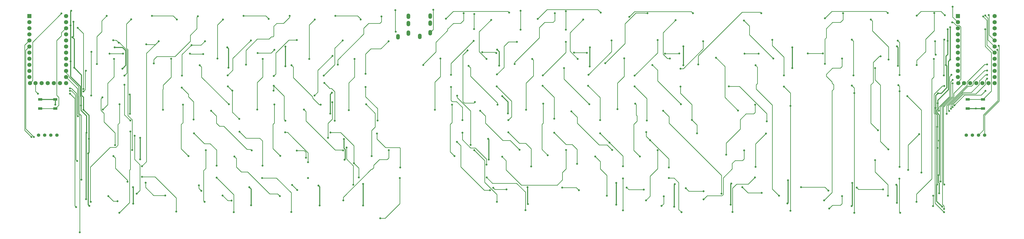
<source format=gbr>
G04 #@! TF.GenerationSoftware,KiCad,Pcbnew,(5.1.9)-1*
G04 #@! TF.CreationDate,2021-02-17T22:07:48-08:00*
G04 #@! TF.ProjectId,onigaku,6f6e6967-616b-4752-9e6b-696361645f70,rev?*
G04 #@! TF.SameCoordinates,Original*
G04 #@! TF.FileFunction,Copper,L1,Top*
G04 #@! TF.FilePolarity,Positive*
%FSLAX46Y46*%
G04 Gerber Fmt 4.6, Leading zero omitted, Abs format (unit mm)*
G04 Created by KiCad (PCBNEW (5.1.9)-1) date 2021-02-17 22:07:48*
%MOMM*%
%LPD*%
G01*
G04 APERTURE LIST*
G04 #@! TA.AperFunction,ComponentPad*
%ADD10O,1.500000X2.300000*%
G04 #@! TD*
G04 #@! TA.AperFunction,SMDPad,CuDef*
%ADD11R,1.700000X1.000000*%
G04 #@! TD*
G04 #@! TA.AperFunction,ComponentPad*
%ADD12C,1.752600*%
G04 #@! TD*
G04 #@! TA.AperFunction,ComponentPad*
%ADD13R,1.752600X1.752600*%
G04 #@! TD*
G04 #@! TA.AperFunction,ComponentPad*
%ADD14C,1.397000*%
G04 #@! TD*
G04 #@! TA.AperFunction,ViaPad*
%ADD15C,0.800000*%
G04 #@! TD*
G04 #@! TA.AperFunction,Conductor*
%ADD16C,0.381000*%
G04 #@! TD*
G04 #@! TA.AperFunction,Conductor*
%ADD17C,0.254000*%
G04 #@! TD*
G04 APERTURE END LIST*
D10*
X172212000Y-24301000D03*
X172212000Y-27301000D03*
X172212000Y-31301000D03*
X167912000Y-32801000D03*
X181283500Y-24174000D03*
X181283500Y-27174000D03*
X181283500Y-31174000D03*
X176983500Y-32674000D03*
D11*
X19365000Y-58933000D03*
X25665000Y-58933000D03*
X19365000Y-62733000D03*
X25665000Y-62733000D03*
X410704500Y-62733000D03*
X404404500Y-62733000D03*
X410704500Y-58933000D03*
X404404500Y-58933000D03*
D12*
X17435000Y-52164000D03*
X19975000Y-52164000D03*
X22515000Y-52164000D03*
X25055000Y-52164000D03*
X27595000Y-52164000D03*
X30135000Y-24224000D03*
X15123600Y-52164000D03*
X30135000Y-26764000D03*
X30135000Y-29304000D03*
X30135000Y-31844000D03*
X30135000Y-34384000D03*
X30135000Y-36924000D03*
X30135000Y-39464000D03*
X30135000Y-42004000D03*
X30135000Y-44544000D03*
X30135000Y-47084000D03*
X30135000Y-49624000D03*
X30135000Y-52164000D03*
X14895000Y-49624000D03*
X14895000Y-47084000D03*
X14895000Y-44544000D03*
X14895000Y-42004000D03*
X14895000Y-39464000D03*
X14895000Y-36924000D03*
X14895000Y-34384000D03*
X14895000Y-31844000D03*
X14895000Y-29304000D03*
X14895000Y-26764000D03*
D13*
X14895000Y-24224000D03*
D14*
X18669000Y-73787000D03*
X21209000Y-73787000D03*
X23749000Y-73787000D03*
X26289000Y-73787000D03*
X403744500Y-73787000D03*
X406284500Y-73787000D03*
X408824500Y-73787000D03*
X411364500Y-73787000D03*
D12*
X402807500Y-52164000D03*
X405347500Y-52164000D03*
X407887500Y-52164000D03*
X410427500Y-52164000D03*
X412967500Y-52164000D03*
X415507500Y-24224000D03*
X400496100Y-52164000D03*
X415507500Y-26764000D03*
X415507500Y-29304000D03*
X415507500Y-31844000D03*
X415507500Y-34384000D03*
X415507500Y-36924000D03*
X415507500Y-39464000D03*
X415507500Y-42004000D03*
X415507500Y-44544000D03*
X415507500Y-47084000D03*
X415507500Y-49624000D03*
X415507500Y-52164000D03*
X400267500Y-49624000D03*
X400267500Y-47084000D03*
X400267500Y-44544000D03*
X400267500Y-42004000D03*
X400267500Y-39464000D03*
X400267500Y-36924000D03*
X400267500Y-34384000D03*
X400267500Y-31844000D03*
X400267500Y-29304000D03*
X400267500Y-26764000D03*
D13*
X400267500Y-24224000D03*
D15*
X38452490Y-100457000D03*
X32004000Y-43053000D03*
X32004004Y-28067010D03*
X397052029Y-28842471D03*
X397065500Y-42291000D03*
X392366500Y-90501823D03*
X392493494Y-98044000D03*
X392401490Y-76073000D03*
X391883979Y-60553521D03*
X407733500Y-62738000D03*
X32258000Y-21986991D03*
X36325052Y-61468000D03*
X25654000Y-61087000D03*
X38608000Y-72771000D03*
X34925000Y-29083000D03*
X37322032Y-54610000D03*
X390842500Y-34671000D03*
X391096500Y-40259000D03*
X199326500Y-34544000D03*
X189928500Y-48641000D03*
X189928500Y-53721000D03*
X194627500Y-67564000D03*
X194627500Y-72771000D03*
X220789500Y-105029000D03*
X204625510Y-86106000D03*
X204681569Y-91418940D03*
X199453500Y-29591000D03*
X199580500Y-23368000D03*
X413067500Y-23749000D03*
X38354000Y-46990000D03*
X37338000Y-55626000D03*
X35052000Y-65913000D03*
X31750000Y-54356000D03*
X397627926Y-48695426D03*
X392401490Y-63642969D03*
X34671000Y-84582000D03*
X31750000Y-55372000D03*
X393071489Y-93101974D03*
X398081500Y-50800000D03*
X34289994Y-103759000D03*
X31750000Y-56515000D03*
X166751000Y-21717000D03*
X166920475Y-30691525D03*
X240925067Y-39427433D03*
X246316500Y-39497000D03*
X283146500Y-25908000D03*
X280733500Y-41909998D03*
X253936500Y-43815000D03*
X271462500Y-23025021D03*
X242506500Y-42037000D03*
X244792500Y-25654000D03*
X252031500Y-22733000D03*
X225869500Y-25400000D03*
X187769500Y-25273000D03*
X214058500Y-22761510D03*
X138811000Y-74866500D03*
X140589000Y-60071000D03*
X140702032Y-40753032D03*
X133223000Y-57277000D03*
X192341500Y-76581000D03*
X206057500Y-96774000D03*
X338010500Y-39751000D03*
X344233500Y-39751000D03*
X212915500Y-96393000D03*
X207454500Y-95758000D03*
X178371500Y-44577000D03*
X195135500Y-23015510D03*
X204660500Y-42037000D03*
X206565500Y-25781000D03*
X216344500Y-44196000D03*
X232981500Y-23025021D03*
X263906000Y-24511000D03*
X290322000Y-22987000D03*
X65786000Y-24130000D03*
X76073000Y-25654000D03*
X199542225Y-80038500D03*
X208978500Y-101600000D03*
X411607000Y-29718000D03*
X56769000Y-67691000D03*
X49657000Y-34290000D03*
X54356000Y-49022000D03*
X56769000Y-72263000D03*
X52197000Y-106172000D03*
X51943000Y-35306000D03*
X54384361Y-52774959D03*
X68580000Y-34671000D03*
X61595000Y-86741000D03*
X75819000Y-105664000D03*
X63386000Y-35966489D03*
X61595000Y-91147979D03*
X87757000Y-34671000D03*
X78105000Y-53975000D03*
X83058000Y-67310000D03*
X83185000Y-73025000D03*
X92583000Y-86487000D03*
X99695000Y-105918000D03*
X78232000Y-49022000D03*
X82169000Y-36293490D03*
X92583000Y-91528979D03*
X97282000Y-53467000D03*
X101981000Y-67056000D03*
X102108000Y-72390000D03*
X111633000Y-86487000D03*
X123571000Y-105791000D03*
X97155000Y-48895000D03*
X106807000Y-34324990D03*
X111506000Y-91655979D03*
X99123500Y-55279990D03*
X116332000Y-53213000D03*
X121158000Y-67818000D03*
X121031000Y-72644000D03*
X116332000Y-49149000D03*
X125857000Y-34162992D03*
X130556000Y-85090000D03*
X116205000Y-55245000D03*
X130556000Y-91655979D03*
X144907000Y-34353500D03*
X137033000Y-49022000D03*
X139884430Y-72701421D03*
X141605000Y-67818000D03*
X137287000Y-52070000D03*
X149606000Y-85471000D03*
X151638000Y-91439996D03*
X36506011Y-92329000D03*
X163957000Y-34671000D03*
X154432000Y-48260000D03*
X154432000Y-53721000D03*
X159385000Y-67691000D03*
X159131000Y-73152000D03*
X168783000Y-87249000D03*
X168656000Y-91694000D03*
X160528000Y-108458000D03*
X35814000Y-114300000D03*
X208978500Y-48514000D03*
X217233500Y-34925000D03*
X208851500Y-53467000D03*
X213677500Y-67564000D03*
X213677500Y-72644000D03*
X223202500Y-86868000D03*
X218757500Y-21971000D03*
X218757500Y-29845000D03*
X411670500Y-23968010D03*
X237553500Y-34925000D03*
X232727500Y-66929000D03*
X232727500Y-72771000D03*
X242252500Y-85725000D03*
X227901500Y-53213006D03*
X228028500Y-48895000D03*
X410764754Y-24391836D03*
X237553500Y-29845000D03*
X237553500Y-22196490D03*
X251777500Y-67564000D03*
X251777500Y-73025000D03*
X261302500Y-86741000D03*
X261302500Y-91821000D03*
X261302500Y-105156000D03*
X256578100Y-34340800D03*
X246824500Y-53213000D03*
X246951500Y-48641000D03*
X255714510Y-76962000D03*
X395668500Y-64897006D03*
X412369018Y-44323000D03*
X285559500Y-105918000D03*
X280352500Y-91694000D03*
X275653500Y-34163000D03*
X266128500Y-49022000D03*
X266128500Y-53467000D03*
X270954500Y-72517000D03*
X271208500Y-67691000D03*
X272542000Y-75882500D03*
X280352500Y-87249000D03*
X396684500Y-63754000D03*
X412368996Y-46863000D03*
X285178500Y-53594000D03*
X289877500Y-67437000D03*
X285178500Y-46101000D03*
X294576500Y-34671000D03*
X292026892Y-73015392D03*
X397383000Y-62801500D03*
X412369000Y-48641000D03*
X330771500Y-105283000D03*
X328104500Y-53594000D03*
X328104500Y-48895000D03*
X323278500Y-34070990D03*
X330771500Y-61595000D03*
X398843500Y-61341000D03*
X411734000Y-55372000D03*
X306768500Y-105791000D03*
X316039500Y-91440000D03*
X316293500Y-86995000D03*
X305244500Y-53467000D03*
X320992500Y-68072000D03*
X320611500Y-73152000D03*
X398116497Y-62103007D03*
X412368998Y-50292002D03*
X182562500Y-21590000D03*
X398081500Y-20281979D03*
X202888567Y-39236933D03*
X208724500Y-39624000D03*
X278739318Y-39840182D03*
X284670500Y-39751000D03*
X86995000Y-40005000D03*
X81534000Y-39878000D03*
X243014500Y-96774000D03*
X236029500Y-95631000D03*
X269938500Y-96520000D03*
X262826500Y-95631000D03*
X294703500Y-97155000D03*
X287337500Y-95885000D03*
X292544500Y-44323000D03*
X318706500Y-22971032D03*
X103759000Y-24130000D03*
X114173000Y-25400000D03*
X152400000Y-25654000D03*
X141859000Y-24130000D03*
X209232500Y-61087000D03*
X197167500Y-44958000D03*
X261810500Y-41783000D03*
X259016500Y-62992000D03*
X299910500Y-41529000D03*
X309054500Y-63528521D03*
X316293500Y-44704000D03*
X326072500Y-99060000D03*
X237680500Y-80010000D03*
X211137500Y-82804000D03*
X249745500Y-82677000D03*
X254571500Y-99060000D03*
X275710933Y-80079567D03*
X270827500Y-100965000D03*
X416658500Y-38227000D03*
X417193478Y-36576000D03*
X16778441Y-74534559D03*
X15748000Y-74549000D03*
X311721500Y-39878000D03*
X317563500Y-39878000D03*
X116586000Y-38227000D03*
X109601000Y-39624000D03*
X199834500Y-60042500D03*
X196786500Y-38481000D03*
X394525500Y-104521000D03*
X398081504Y-52197000D03*
X323659500Y-41910000D03*
X311522029Y-26063510D03*
X46990000Y-24130000D03*
X42926000Y-44196000D03*
X185483500Y-41910000D03*
X183197500Y-63246000D03*
X190309500Y-61087000D03*
X191325500Y-82550000D03*
X201993500Y-63627000D03*
X218376500Y-79883000D03*
X228155500Y-60706000D03*
X230060500Y-82169000D03*
X239839500Y-63881000D03*
X256821309Y-80009999D03*
X266382500Y-60706000D03*
X268287500Y-82677000D03*
X277939500Y-63627000D03*
X302196500Y-98171000D03*
X316166500Y-61115500D03*
X304101500Y-81915000D03*
X311594500Y-80165500D03*
X294703500Y-100584000D03*
X278193500Y-99314000D03*
X277304500Y-103302000D03*
X397954500Y-26797000D03*
X28194000Y-23114000D03*
X247586500Y-37211000D03*
X140462000Y-56134000D03*
X139779501Y-64817499D03*
X145700490Y-84042510D03*
X145415000Y-75403000D03*
X60907501Y-83872499D03*
X60833000Y-74930000D03*
X39751000Y-103251000D03*
X153394490Y-103092510D03*
X153416000Y-94107000D03*
X106934004Y-102997000D03*
X33528000Y-45720000D03*
X33147000Y-26543000D03*
X32794510Y-33020000D03*
X37338000Y-63246000D03*
X396049500Y-34544000D03*
X396049494Y-29718000D03*
X395287500Y-44577000D03*
X53467000Y-46101000D03*
X50292000Y-37210988D03*
X97536000Y-45720000D03*
X97028000Y-37211000D03*
X57964490Y-102309510D03*
X57912000Y-95504000D03*
X106172000Y-95504000D03*
X135382000Y-103124000D03*
X134874000Y-94834000D03*
X56642000Y-64897000D03*
X56562522Y-56896000D03*
X393763500Y-103632000D03*
X221678500Y-95504000D03*
X221805500Y-102489000D03*
X374967500Y-101981000D03*
X374713500Y-94488000D03*
X356425500Y-93726000D03*
X356171500Y-103378000D03*
X329755500Y-92583000D03*
X329501500Y-102235000D03*
X306260500Y-93980000D03*
X282511500Y-103632000D03*
X258508508Y-102743000D03*
X205549500Y-83947000D03*
X205295500Y-75311000D03*
X213550500Y-64770000D03*
X211137500Y-57531000D03*
X375383500Y-44958000D03*
X374967500Y-36830000D03*
X331533500Y-45847000D03*
X331533497Y-37211003D03*
X286321500Y-44704000D03*
X286321500Y-36830000D03*
X247459500Y-45212000D03*
X209867500Y-44831000D03*
X209052500Y-38153000D03*
X306006500Y-102743000D03*
X282765500Y-94233996D03*
X258508500Y-93726000D03*
X391702990Y-70358000D03*
X391731500Y-79121000D03*
X391992815Y-56353010D03*
X391702990Y-94361000D03*
X39243004Y-81407000D03*
X39643003Y-75291997D03*
X391093469Y-62484000D03*
X121189490Y-36861490D03*
X121158000Y-45085000D03*
X84836000Y-24257000D03*
X66548000Y-43942000D03*
X122936000Y-24130000D03*
X104775000Y-44450000D03*
X161000249Y-24349685D03*
X142875000Y-44450000D03*
X352234500Y-99187000D03*
X346900500Y-104394000D03*
X394652500Y-94361000D03*
X18415000Y-56515002D03*
X192468500Y-57404000D03*
X198056500Y-77851000D03*
X368236500Y-40992500D03*
X367093500Y-71755000D03*
X50419000Y-77978000D03*
X45212000Y-58039000D03*
X146558000Y-78994000D03*
X149388114Y-94439737D03*
X126076000Y-96682000D03*
X123917000Y-94523000D03*
X45339000Y-63119000D03*
X50038000Y-42037000D03*
X97663000Y-60960000D03*
X85598000Y-44704000D03*
X123698000Y-44704000D03*
X135763000Y-61087000D03*
X52324000Y-60960000D03*
X40386000Y-101600000D03*
X78613000Y-61087000D03*
X80899000Y-82550000D03*
X116586000Y-60988500D03*
X118999000Y-82422994D03*
X154686000Y-60960000D03*
X156972000Y-82486502D03*
X71247000Y-98933000D03*
X49784000Y-82550000D03*
X63119000Y-93599000D03*
X55608566Y-93170485D03*
X118872000Y-99187000D03*
X99949000Y-82677000D03*
X47625000Y-99187000D03*
X51435000Y-101346000D03*
X98806000Y-101092000D03*
X95109032Y-98946968D03*
X356298500Y-34036000D03*
X356933500Y-48895000D03*
X356298500Y-53121000D03*
X357314500Y-106172000D03*
X357314501Y-56260999D03*
X375348500Y-34417000D03*
X376110500Y-48768000D03*
X375602500Y-52994000D03*
X376110500Y-86995000D03*
X375983500Y-91948000D03*
X376364500Y-106172000D03*
X376110500Y-55499000D03*
X394652500Y-34036000D03*
X394497000Y-48895000D03*
X394652500Y-53340000D03*
X394560490Y-105918000D03*
X345122500Y-44069000D03*
X352615500Y-22987000D03*
X345122506Y-25146000D03*
X371165327Y-22955032D03*
X364172500Y-25654000D03*
X371476624Y-42280327D03*
X383222500Y-24003000D03*
X394906500Y-23876000D03*
X352234500Y-41910000D03*
X344741500Y-100965000D03*
X390080500Y-99060000D03*
X389953500Y-103378000D03*
X57150000Y-25527000D03*
X57555261Y-80010000D03*
X95250000Y-25654000D03*
X92964000Y-41910000D03*
X133350000Y-25654000D03*
X131064000Y-42037000D03*
X73722782Y-41974218D03*
X70358000Y-63246000D03*
X111760000Y-42065500D03*
X109474000Y-63119000D03*
X149860000Y-42065500D03*
X147447000Y-63373000D03*
X90297000Y-63627000D03*
X107188000Y-80137000D03*
X128825692Y-63155986D03*
X145158795Y-80145322D03*
X88137282Y-80038500D03*
X87630000Y-101599996D03*
X125857000Y-80264000D03*
X129667000Y-83185000D03*
X164096532Y-80038500D03*
X145161000Y-100965000D03*
X236816900Y-45872400D03*
X247332500Y-60960000D03*
X273494500Y-44577000D03*
X285305500Y-60959999D03*
X383222500Y-44577000D03*
X390461500Y-22952010D03*
X371411500Y-79756000D03*
X365950500Y-45847000D03*
X390334500Y-42037000D03*
X383095500Y-101600000D03*
X371284500Y-99060000D03*
X365950500Y-84201000D03*
X318884468Y-97866032D03*
X310832500Y-95504000D03*
X379666500Y-88265002D03*
X384238500Y-73406000D03*
X346519500Y-96901000D03*
X335216500Y-95504000D03*
X369252500Y-96393000D03*
X358330500Y-95631000D03*
X379285500Y-57531000D03*
X385127500Y-89408000D03*
X223583500Y-42065500D03*
X221043500Y-63246000D03*
X53721000Y-39878000D03*
X48133000Y-39878000D03*
X86233000Y-97028000D03*
X85217000Y-94742000D03*
X40513000Y-57277000D03*
X40640000Y-39116000D03*
X58547000Y-74041000D03*
X59436000Y-98171000D03*
D16*
X32004000Y-28067014D02*
X32004004Y-28067010D01*
X32004000Y-43053000D02*
X32004000Y-28067014D01*
X397052029Y-42277529D02*
X397065500Y-42291000D01*
X397052029Y-28842471D02*
X397052029Y-42277529D01*
X397065500Y-42291000D02*
X396293990Y-43062510D01*
X396293990Y-43062510D02*
X396293990Y-54854490D01*
X392366500Y-90501823D02*
X392528490Y-90339833D01*
X392528490Y-90339833D02*
X392528490Y-76200000D01*
X392528490Y-76200000D02*
X392401490Y-76073000D01*
X392280987Y-93540431D02*
X392493494Y-93752938D01*
X392493494Y-93752938D02*
X392493494Y-98044000D01*
X392280987Y-90587336D02*
X392280987Y-93540431D01*
X392366500Y-90501823D02*
X392280987Y-90587336D01*
X396293990Y-54854490D02*
X391883979Y-59264501D01*
X391883979Y-59264501D02*
X391883979Y-60553521D01*
X19365000Y-58933000D02*
X25665000Y-58933000D01*
X404409500Y-62738000D02*
X404404500Y-62733000D01*
X407733500Y-62738000D02*
X404409500Y-62738000D01*
X410699500Y-62738000D02*
X410704500Y-62733000D01*
X407733500Y-62738000D02*
X410699500Y-62738000D01*
X32004004Y-22240987D02*
X32258000Y-21986991D01*
X32004004Y-28067010D02*
X32004004Y-22240987D01*
X35944052Y-53361181D02*
X35944052Y-57408909D01*
X32004000Y-43053000D02*
X32004000Y-49421129D01*
X32004000Y-49421129D02*
X35944052Y-53361181D01*
X35944052Y-57408909D02*
X36325052Y-57789909D01*
X36325052Y-57789909D02*
X36325052Y-61468000D01*
X25665000Y-61076000D02*
X25654000Y-61087000D01*
X25665000Y-58933000D02*
X25665000Y-61076000D01*
X38608000Y-65786000D02*
X38608000Y-72771000D01*
X38452490Y-100457000D02*
X38452490Y-72926510D01*
X38452490Y-72926510D02*
X38608000Y-72771000D01*
X36325052Y-63503052D02*
X38608000Y-65786000D01*
X36325052Y-61468000D02*
X36325052Y-63503052D01*
X392528490Y-65298322D02*
X392528490Y-75946000D01*
X391610988Y-64380820D02*
X392528490Y-65298322D01*
X391610988Y-63263527D02*
X391610988Y-64380820D01*
X391883979Y-59264501D02*
X391883979Y-62990536D01*
X391883979Y-62990536D02*
X391610988Y-63263527D01*
X392528490Y-75946000D02*
X392401490Y-76073000D01*
D17*
X34925000Y-29083000D02*
X37322032Y-31480032D01*
X37322032Y-31480032D02*
X37322032Y-54610000D01*
X390842500Y-40005000D02*
X391096500Y-40259000D01*
X390842500Y-34671000D02*
X390842500Y-40005000D01*
X189928500Y-43942000D02*
X189928500Y-48641000D01*
X199326500Y-34544000D02*
X189928500Y-43942000D01*
X194627500Y-62230000D02*
X194627500Y-67564000D01*
X192214500Y-59817000D02*
X194627500Y-62230000D01*
X190436500Y-59817000D02*
X192214500Y-59817000D01*
X189928500Y-59309000D02*
X190436500Y-59817000D01*
X189928500Y-53721000D02*
X189928500Y-59309000D01*
X220789500Y-105029000D02*
X220789500Y-97536000D01*
X220789500Y-97536000D02*
X217106500Y-93853000D01*
X217106500Y-93853000D02*
X207115629Y-93853000D01*
X207115629Y-93853000D02*
X204681569Y-91418940D01*
X204625510Y-83785010D02*
X204625510Y-86106000D01*
X199961500Y-79121000D02*
X204625510Y-83785010D01*
X198056500Y-79121000D02*
X199961500Y-79121000D01*
X194627500Y-75692000D02*
X198056500Y-79121000D01*
X194627500Y-72771000D02*
X194627500Y-75692000D01*
X199453500Y-29591000D02*
X199453500Y-23495000D01*
X199453500Y-23495000D02*
X199580500Y-23368000D01*
X413242021Y-32118521D02*
X413242021Y-23923521D01*
X413242021Y-23923521D02*
X413067500Y-23749000D01*
X415507500Y-34384000D02*
X413242021Y-32118521D01*
X38354000Y-46990000D02*
X38100000Y-47244000D01*
X38100000Y-54864000D02*
X37338000Y-55626000D01*
X38100000Y-47244000D02*
X38100000Y-54864000D01*
X33909000Y-55949315D02*
X32315685Y-54356000D01*
X32315685Y-54356000D02*
X31750000Y-54356000D01*
X34436020Y-56476335D02*
X32315685Y-54356000D01*
X34690020Y-65551020D02*
X34690020Y-58170884D01*
X35052000Y-65913000D02*
X34690020Y-65551020D01*
X34690020Y-58170884D02*
X34436022Y-57916886D01*
X34436022Y-57916886D02*
X34436020Y-56476335D01*
X396811500Y-57735524D02*
X392401490Y-62145534D01*
X397627926Y-48695426D02*
X396811500Y-49511852D01*
X396811500Y-49511852D02*
X396811500Y-57735524D01*
X392401490Y-62145534D02*
X392401490Y-63642969D01*
X33982011Y-56969011D02*
X32385000Y-55372000D01*
X33982011Y-58104943D02*
X33982011Y-56969011D01*
X34236010Y-58358942D02*
X33982011Y-58104943D01*
X32385000Y-55372000D02*
X31750000Y-55372000D01*
X34236011Y-84147011D02*
X34236010Y-58358942D01*
X34671000Y-84582000D02*
X34236011Y-84147011D01*
X397354495Y-51527005D02*
X398081500Y-50800000D01*
X397354495Y-57834597D02*
X397354495Y-51527005D01*
X393128500Y-62060592D02*
X397354495Y-57834597D01*
X393128500Y-93044963D02*
X393128500Y-62060592D01*
X393071489Y-93101974D02*
X393128500Y-93044963D01*
X33782000Y-103251006D02*
X33782000Y-58547000D01*
X34289994Y-103759000D02*
X33782000Y-103251006D01*
X33782000Y-58547000D02*
X31750000Y-56515000D01*
X166751000Y-30522050D02*
X166920475Y-30691525D01*
X166751000Y-21717000D02*
X166751000Y-30522050D01*
X246246933Y-39427433D02*
X246316500Y-39497000D01*
X240925067Y-39427433D02*
X246246933Y-39427433D01*
X280058812Y-41909998D02*
X280733500Y-41909998D01*
X280026804Y-41877990D02*
X280058812Y-41909998D01*
X279748991Y-41877990D02*
X280026804Y-41877990D01*
X277939500Y-40068499D02*
X279748991Y-41877990D01*
X277939500Y-31115000D02*
X277939500Y-40068499D01*
X283146500Y-25908000D02*
X277939500Y-31115000D01*
X271424479Y-22987000D02*
X271462500Y-23025021D01*
X270501804Y-22954990D02*
X270533814Y-22987000D01*
X266581196Y-22954990D02*
X270501804Y-22954990D01*
X262152749Y-35598751D02*
X262152749Y-27383437D01*
X270533814Y-22987000D02*
X271424479Y-22987000D01*
X262152749Y-27383437D02*
X266581196Y-22954990D01*
X253936500Y-43815000D02*
X262152749Y-35598751D01*
X239331500Y-31115000D02*
X244792500Y-25654000D01*
X239331500Y-38862000D02*
X239331500Y-31115000D01*
X242506500Y-42037000D02*
X239331500Y-38862000D01*
X229800011Y-21469489D02*
X225869500Y-25400000D01*
X252031500Y-22733000D02*
X250767989Y-21469489D01*
X250767989Y-21469489D02*
X229800011Y-21469489D01*
X187769500Y-25273000D02*
X190817500Y-22225000D01*
X190817500Y-22225000D02*
X213521990Y-22225000D01*
X213521990Y-22225000D02*
X214058500Y-22761510D01*
X140589000Y-67104462D02*
X140589000Y-60071000D01*
X138811000Y-68882462D02*
X140589000Y-67104462D01*
X138811000Y-74866500D02*
X138811000Y-68882462D01*
X134638999Y-46816065D02*
X134638999Y-55861001D01*
X140702032Y-40753032D02*
X134638999Y-46816065D01*
X134638999Y-55861001D02*
X133223000Y-57277000D01*
X193992500Y-87052685D02*
X203713815Y-96774000D01*
X203713815Y-96774000D02*
X206057500Y-96774000D01*
X193992500Y-78232000D02*
X193992500Y-87052685D01*
X192341500Y-76581000D02*
X193992500Y-78232000D01*
X338010500Y-39751000D02*
X344233500Y-39751000D01*
X208089500Y-96393000D02*
X207454500Y-95758000D01*
X212915500Y-96393000D02*
X208089500Y-96393000D01*
X195135500Y-25995314D02*
X195135500Y-23015510D01*
X193916815Y-27213999D02*
X195135500Y-25995314D01*
X190908501Y-27213999D02*
X193916815Y-27213999D01*
X178371500Y-44577000D02*
X178371500Y-44323000D01*
X188506751Y-30203961D02*
X188506751Y-29615749D01*
X183624510Y-35086202D02*
X188506751Y-30203961D01*
X188506751Y-29615749D02*
X190908501Y-27213999D01*
X183624510Y-39069990D02*
X183624510Y-35086202D01*
X178371500Y-44323000D02*
X183624510Y-39069990D01*
X201612500Y-30734000D02*
X206565500Y-25781000D01*
X201612500Y-38989000D02*
X201612500Y-30734000D01*
X204660500Y-42037000D02*
X201612500Y-38989000D01*
X226606751Y-29009249D02*
X228786990Y-26829010D01*
X216344500Y-44196000D02*
X216344500Y-43492288D01*
X228786990Y-26829010D02*
X232274804Y-26829010D01*
X216344500Y-43492288D02*
X226606751Y-33230037D01*
X232274804Y-26829010D02*
X232981500Y-26122314D01*
X226606751Y-33230037D02*
X226606751Y-29009249D01*
X232981500Y-26122314D02*
X232981500Y-23025021D01*
X263906000Y-24511000D02*
X266118980Y-22298020D01*
X289633020Y-22298020D02*
X290322000Y-22987000D01*
X266118980Y-22298020D02*
X289633020Y-22298020D01*
X74549000Y-24130000D02*
X76073000Y-25654000D01*
X65786000Y-24130000D02*
X74549000Y-24130000D01*
X199542225Y-80038500D02*
X203898500Y-84394775D01*
X203898500Y-84394775D02*
X203898500Y-93412038D01*
X203898500Y-93412038D02*
X208978500Y-98492038D01*
X208978500Y-98492038D02*
X208978500Y-101600000D01*
X19365000Y-62733000D02*
X25665000Y-62733000D01*
X27051000Y-61347000D02*
X25665000Y-62733000D01*
X26258301Y-34380699D02*
X26258301Y-57246301D01*
X28194000Y-32445000D02*
X26258301Y-34380699D01*
X28194000Y-31115000D02*
X28194000Y-32445000D01*
X27051000Y-58039000D02*
X27051000Y-61347000D01*
X30005000Y-29304000D02*
X28194000Y-31115000D01*
X26258301Y-57246301D02*
X27051000Y-58039000D01*
X30135000Y-29304000D02*
X30005000Y-29304000D01*
X410704500Y-58933000D02*
X404404500Y-58933000D01*
X414170801Y-39393801D02*
X411607000Y-36830000D01*
X411607000Y-36830000D02*
X411607000Y-29718000D01*
X414170801Y-55466699D02*
X414170801Y-39393801D01*
X410704500Y-58933000D02*
X414170801Y-55466699D01*
X56434249Y-101934751D02*
X52197000Y-106172000D01*
X56434249Y-88404039D02*
X56434249Y-101934751D01*
X56828251Y-88010037D02*
X56434249Y-88404039D01*
X56828251Y-72322251D02*
X56828251Y-88010037D01*
X56769000Y-72263000D02*
X56828251Y-72322251D01*
X50927000Y-34290000D02*
X51943000Y-35306000D01*
X49657000Y-34290000D02*
X50927000Y-34290000D01*
X52293871Y-35306000D02*
X51943000Y-35306000D01*
X55381511Y-38393640D02*
X52293871Y-35306000D01*
X54356000Y-49022000D02*
X55381511Y-47996489D01*
X55381511Y-47996489D02*
X55381511Y-38393640D01*
X54384361Y-65306361D02*
X54384361Y-52774959D01*
X56769000Y-67691000D02*
X54384361Y-65306361D01*
X61595000Y-86741000D02*
X63534999Y-84801001D01*
X63534999Y-84801001D02*
X63534999Y-39716001D01*
X63487511Y-36068000D02*
X63386000Y-35966489D01*
X67183000Y-36068000D02*
X63487511Y-36068000D01*
X63534999Y-39716001D02*
X67183000Y-36068000D01*
X67183000Y-36068000D02*
X68580000Y-34671000D01*
X75819000Y-99949000D02*
X67017979Y-91147979D01*
X67017979Y-91147979D02*
X61595000Y-91147979D01*
X75819000Y-105664000D02*
X75819000Y-99949000D01*
X83185000Y-73025000D02*
X87503000Y-77343000D01*
X87503000Y-77343000D02*
X89916000Y-77343000D01*
X92583000Y-80010000D02*
X92583000Y-86487000D01*
X89916000Y-77343000D02*
X92583000Y-80010000D01*
X80933999Y-57816461D02*
X83058000Y-59940462D01*
X80933999Y-56803999D02*
X80933999Y-57816461D01*
X83058000Y-59940462D02*
X83058000Y-67310000D01*
X78105000Y-53975000D02*
X79502000Y-55372000D01*
X79502000Y-55372000D02*
X80933999Y-56803999D01*
X78232000Y-40230490D02*
X82169000Y-36293490D01*
X78232000Y-49022000D02*
X78232000Y-40230490D01*
X86134510Y-36293490D02*
X82169000Y-36293490D01*
X87757000Y-34671000D02*
X86134510Y-36293490D01*
X99695000Y-105918000D02*
X99695000Y-98640979D01*
X99695000Y-98640979D02*
X92583000Y-91528979D01*
X102108000Y-72390000D02*
X104775000Y-75057000D01*
X104775000Y-75057000D02*
X110490000Y-75057000D01*
X111633000Y-76200000D02*
X111633000Y-86487000D01*
X110490000Y-75057000D02*
X111633000Y-76200000D01*
X123571000Y-105791000D02*
X123571000Y-97790000D01*
X123571000Y-97790000D02*
X117436979Y-91655979D01*
X117436979Y-91655979D02*
X111506000Y-91655979D01*
X99314000Y-41817990D02*
X106807000Y-34324990D01*
X99314000Y-46736000D02*
X99314000Y-41817990D01*
X97155000Y-48895000D02*
X99314000Y-46736000D01*
X97282000Y-53467000D02*
X99094990Y-55279990D01*
X101981000Y-67056000D02*
X99123500Y-64198500D01*
X99094990Y-55279990D02*
X99123500Y-55279990D01*
X99123500Y-64198500D02*
X99123500Y-55279990D01*
X120650000Y-67310000D02*
X121158000Y-67818000D01*
X120650000Y-57531000D02*
X120650000Y-67310000D01*
X116332000Y-53213000D02*
X120650000Y-57531000D01*
X121031000Y-72644000D02*
X122054068Y-72644000D01*
X130556000Y-81145932D02*
X130556000Y-85090000D01*
X124463534Y-75053466D02*
X130556000Y-81145932D01*
X122054068Y-72644000D02*
X124463534Y-75053466D01*
X116332000Y-53213000D02*
X116332000Y-55118000D01*
X116332000Y-55118000D02*
X116205000Y-55245000D01*
X122555008Y-34162992D02*
X125857000Y-34162992D01*
X117157500Y-39560500D02*
X122555008Y-34162992D01*
X117157500Y-48323500D02*
X117157500Y-39560500D01*
X116332000Y-49149000D02*
X117157500Y-48323500D01*
X141668500Y-44386500D02*
X137033000Y-49022000D01*
X144907000Y-34353500D02*
X141668500Y-37592000D01*
X141668500Y-37592000D02*
X141668500Y-44386500D01*
X144078957Y-72701421D02*
X149606000Y-78228464D01*
X149606000Y-78228464D02*
X149606000Y-85471000D01*
X139884430Y-72701421D02*
X144078957Y-72701421D01*
X141605000Y-67818000D02*
X141605000Y-55695315D01*
X141605000Y-55695315D02*
X140265685Y-54356000D01*
X140265685Y-54356000D02*
X139319000Y-54356000D01*
X139319000Y-54102000D02*
X139319000Y-54356000D01*
X137287000Y-52070000D02*
X139319000Y-54102000D01*
X149606000Y-85471000D02*
X151638000Y-87503000D01*
X151638000Y-87503000D02*
X151638000Y-91439996D01*
X36506011Y-65648979D02*
X36506011Y-92329000D01*
X35598042Y-64741010D02*
X36506011Y-65648979D01*
X35598042Y-57794770D02*
X35598042Y-64741010D01*
X35344042Y-57540770D02*
X35598042Y-57794770D01*
X35344042Y-53493042D02*
X35344042Y-57540770D01*
X31338301Y-49487301D02*
X35344042Y-53493042D01*
X31338301Y-49046415D02*
X31338301Y-49487301D01*
X30135000Y-47843114D02*
X31338301Y-49046415D01*
X30135000Y-47084000D02*
X30135000Y-47843114D01*
X154432000Y-40005000D02*
X154432000Y-48260000D01*
X156591000Y-37846000D02*
X154432000Y-40005000D01*
X160782000Y-37846000D02*
X156591000Y-37846000D01*
X163957000Y-34671000D02*
X160782000Y-37846000D01*
X159385000Y-62738000D02*
X159385000Y-67691000D01*
X154432000Y-57785000D02*
X159385000Y-62738000D01*
X154432000Y-53721000D02*
X154432000Y-57785000D01*
X168656000Y-91694000D02*
X168656000Y-102362000D01*
X162560000Y-108458000D02*
X160528000Y-108458000D01*
X168656000Y-102362000D02*
X162560000Y-108458000D01*
X168529000Y-78994000D02*
X168783000Y-79248000D01*
X168783000Y-79248000D02*
X168783000Y-87249000D01*
X162687000Y-78994000D02*
X168529000Y-78994000D01*
X159131000Y-75438000D02*
X162687000Y-78994000D01*
X159131000Y-73152000D02*
X159131000Y-75438000D01*
X35779002Y-114265002D02*
X35814000Y-114300000D01*
X34890031Y-54379031D02*
X34890031Y-57728827D01*
X30135000Y-49624000D02*
X34890031Y-54379031D01*
X34890031Y-57728827D02*
X35144031Y-57982827D01*
X35144031Y-64929067D02*
X35779002Y-65564038D01*
X35779002Y-65564038D02*
X35779002Y-114265002D01*
X35144031Y-57982827D02*
X35144031Y-64929067D01*
X213677500Y-72644000D02*
X218249500Y-77216000D01*
X218249500Y-77216000D02*
X220916500Y-77216000D01*
X220916500Y-77216000D02*
X223202500Y-79502000D01*
X223202500Y-79502000D02*
X223202500Y-86868000D01*
X215074500Y-66167000D02*
X213677500Y-67564000D01*
X215074500Y-59690000D02*
X215074500Y-66167000D01*
X208851500Y-53467000D02*
X215074500Y-59690000D01*
X213744536Y-34925000D02*
X217233500Y-34925000D01*
X211899500Y-36770036D02*
X213744536Y-34925000D01*
X211899500Y-45593000D02*
X211899500Y-36770036D01*
X208978500Y-48514000D02*
X211899500Y-45593000D01*
X218757500Y-21971000D02*
X218757500Y-29845000D01*
X412788011Y-34204511D02*
X412788011Y-25085521D01*
X412788011Y-25085521D02*
X411670500Y-23968010D01*
X415507500Y-36924000D02*
X412788011Y-34204511D01*
X232727500Y-72771000D02*
X237680500Y-77724000D01*
X237680500Y-77724000D02*
X240220500Y-77724000D01*
X242252500Y-79756000D02*
X242252500Y-85725000D01*
X240220500Y-77724000D02*
X242252500Y-79756000D01*
X232727500Y-66929000D02*
X232727500Y-58039006D01*
X232727500Y-58039006D02*
X227901500Y-53213006D01*
X237553500Y-34925000D02*
X237553500Y-39370000D01*
X237553500Y-39370000D02*
X228028500Y-48895000D01*
X412334001Y-25961083D02*
X410764754Y-24391836D01*
X415507500Y-39464000D02*
X412334001Y-36290501D01*
X412334001Y-36290501D02*
X412334001Y-25961083D01*
X237553500Y-29845000D02*
X237553500Y-22196490D01*
X261302500Y-91821000D02*
X261302500Y-105156000D01*
X251777500Y-67564000D02*
X251777500Y-58166000D01*
X251777500Y-58166000D02*
X246824500Y-53213000D01*
X256578100Y-34340800D02*
X256578100Y-39014400D01*
X256578100Y-39014400D02*
X246951500Y-48641000D01*
X251777500Y-73025000D02*
X255714500Y-76962000D01*
X255714500Y-76962000D02*
X255714510Y-76962000D01*
X261302500Y-86741000D02*
X261302500Y-82549990D01*
X261302500Y-82549990D02*
X255714510Y-76962000D01*
X395668500Y-64897006D02*
X395668500Y-61513832D01*
X404144199Y-51586415D02*
X411407614Y-44323000D01*
X395668500Y-61513832D02*
X404144199Y-53038133D01*
X411407614Y-44323000D02*
X412369018Y-44323000D01*
X404144199Y-53038133D02*
X404144199Y-51586415D01*
X275653500Y-34163000D02*
X275653500Y-39497000D01*
X275653500Y-39497000D02*
X266128500Y-49022000D01*
X270954500Y-74295000D02*
X270954500Y-72517000D01*
X271208500Y-58547000D02*
X271208500Y-67691000D01*
X266128500Y-53467000D02*
X271208500Y-58547000D01*
X282511500Y-91694000D02*
X280352500Y-91694000D01*
X284416500Y-93599000D02*
X282511500Y-91694000D01*
X284416500Y-104775000D02*
X284416500Y-93599000D01*
X285559500Y-105918000D02*
X284416500Y-104775000D01*
X272542000Y-75882500D02*
X270954500Y-74295000D01*
X280352500Y-83693000D02*
X280352500Y-87249000D01*
X272542000Y-75882500D02*
X280352500Y-83693000D01*
X406684199Y-52608187D02*
X406684199Y-51531801D01*
X406684199Y-51531801D02*
X411353000Y-46863000D01*
X396684500Y-63754000D02*
X396284501Y-63354001D01*
X396284501Y-63354001D02*
X396284501Y-61539899D01*
X396284501Y-61539899D02*
X404457099Y-53367301D01*
X404457099Y-53367301D02*
X405925085Y-53367301D01*
X405925085Y-53367301D02*
X406684199Y-52608187D01*
X411353000Y-46863000D02*
X412368996Y-46863000D01*
X285178500Y-53594000D02*
X285178500Y-56388000D01*
X289877500Y-61087000D02*
X289877500Y-67437000D01*
X285178500Y-56388000D02*
X289877500Y-61087000D01*
X285178500Y-46101000D02*
X286321500Y-46101000D01*
X286321500Y-46101000D02*
X294576500Y-37846000D01*
X294576500Y-37846000D02*
X294576500Y-34671000D01*
X292026892Y-69586392D02*
X292026892Y-73015392D01*
X289877500Y-67437000D02*
X292026892Y-69586392D01*
X405849934Y-56041998D02*
X409224199Y-52667733D01*
X409224199Y-52667733D02*
X409224199Y-51220116D01*
X411803315Y-48641000D02*
X412369000Y-48641000D01*
X397383000Y-61083468D02*
X402424470Y-56041998D01*
X409224199Y-51220116D02*
X411803315Y-48641000D01*
X397383000Y-62801500D02*
X397383000Y-61083468D01*
X402424470Y-56041998D02*
X405849934Y-56041998D01*
X330771500Y-56261000D02*
X328104500Y-53594000D01*
X328104500Y-48895000D02*
X328104500Y-41312684D01*
X328104500Y-41312684D02*
X323278500Y-36486684D01*
X323278500Y-36486684D02*
X323278500Y-34070990D01*
X330771500Y-61595000D02*
X330771500Y-56261000D01*
X330771500Y-105283000D02*
X330771500Y-61595000D01*
X398843500Y-61341000D02*
X403034500Y-57150000D01*
X403034500Y-57150000D02*
X409956000Y-57150000D01*
X409956000Y-57150000D02*
X411734000Y-55372000D01*
X320992500Y-64865538D02*
X320992500Y-68072000D01*
X309593962Y-53467000D02*
X320992500Y-64865538D01*
X305244500Y-53467000D02*
X309593962Y-53467000D01*
X306768500Y-105791000D02*
X306768500Y-95885000D01*
X313245500Y-94234000D02*
X316039500Y-91440000D01*
X306768500Y-95885000D02*
X308419500Y-94234000D01*
X308419500Y-94234000D02*
X313245500Y-94234000D01*
X316293500Y-86995000D02*
X316293500Y-77470000D01*
X316293500Y-77470000D02*
X320611500Y-73152000D01*
X398116497Y-62103007D02*
X398116497Y-60992039D01*
X398116497Y-60992039D02*
X402466536Y-56642000D01*
X402466536Y-56642000D02*
X407730386Y-56642000D01*
X407730386Y-56642000D02*
X411715001Y-52657385D01*
X411715001Y-52657385D02*
X411715001Y-50945999D01*
X411715001Y-50945999D02*
X412368998Y-50292002D01*
X182562500Y-22155685D02*
X182562500Y-21590000D01*
X182562500Y-29746000D02*
X182562500Y-22155685D01*
X181283500Y-31025000D02*
X182562500Y-29746000D01*
X400267500Y-26764000D02*
X398081500Y-24578000D01*
X398081500Y-24578000D02*
X398081500Y-20281979D01*
X208337433Y-39236933D02*
X208724500Y-39624000D01*
X202888567Y-39236933D02*
X208337433Y-39236933D01*
X284581318Y-39840182D02*
X284670500Y-39751000D01*
X278739318Y-39840182D02*
X284581318Y-39840182D01*
X81661000Y-40005000D02*
X81534000Y-39878000D01*
X86995000Y-40005000D02*
X81661000Y-40005000D01*
X241871500Y-95631000D02*
X236029500Y-95631000D01*
X243014500Y-96774000D02*
X241871500Y-95631000D01*
X263715500Y-96520000D02*
X262826500Y-95631000D01*
X269938500Y-96520000D02*
X263715500Y-96520000D01*
X288607500Y-97155000D02*
X287337500Y-95885000D01*
X294703500Y-97155000D02*
X288607500Y-97155000D01*
X318306501Y-22571033D02*
X318706500Y-22971032D01*
X310740467Y-22571033D02*
X318306501Y-22571033D01*
X292544500Y-40767000D02*
X310740467Y-22571033D01*
X292544500Y-44323000D02*
X292544500Y-40767000D01*
X114173000Y-25273000D02*
X114173000Y-25400000D01*
X113030000Y-24130000D02*
X114173000Y-25273000D01*
X103759000Y-24130000D02*
X113030000Y-24130000D01*
X152400000Y-25400000D02*
X152400000Y-25654000D01*
X151130000Y-24130000D02*
X152400000Y-25400000D01*
X141859000Y-24130000D02*
X151130000Y-24130000D01*
X198031751Y-45822251D02*
X197167500Y-44958000D01*
X198031751Y-49253961D02*
X198031751Y-45822251D01*
X209232500Y-60454710D02*
X198031751Y-49253961D01*
X209232500Y-61087000D02*
X209232500Y-60454710D01*
X259016500Y-52127212D02*
X259016500Y-62992000D01*
X261810500Y-49333212D02*
X259016500Y-52127212D01*
X261810500Y-41783000D02*
X261810500Y-49333212D01*
X303593500Y-58067521D02*
X309054500Y-63528521D01*
X303593500Y-45212000D02*
X303593500Y-58067521D01*
X299910500Y-41529000D02*
X303593500Y-45212000D01*
X323249901Y-96237401D02*
X326072500Y-99060000D01*
X316530249Y-52844039D02*
X316530249Y-54597961D01*
X323249901Y-61317613D02*
X323249901Y-96237401D01*
X316530249Y-54597961D02*
X323249901Y-61317613D01*
X317094251Y-52280037D02*
X316530249Y-52844039D01*
X317094251Y-45504751D02*
X317094251Y-52280037D01*
X316293500Y-44704000D02*
X317094251Y-45504751D01*
X212788500Y-88265000D02*
X212788500Y-84455000D01*
X212788500Y-84455000D02*
X211137500Y-82804000D01*
X219138500Y-94615000D02*
X212788500Y-88265000D01*
X233997500Y-94615000D02*
X219138500Y-94615000D01*
X236156500Y-92456000D02*
X233997500Y-94615000D01*
X236156500Y-89402788D02*
X236156500Y-92456000D01*
X237680500Y-87878788D02*
X236156500Y-89402788D01*
X237680500Y-80010000D02*
X237680500Y-87878788D01*
X254571500Y-90608212D02*
X254571500Y-99060000D01*
X251845249Y-87881961D02*
X254571500Y-90608212D01*
X251845249Y-84776749D02*
X251845249Y-87881961D01*
X249745500Y-82677000D02*
X251845249Y-84776749D01*
X272559251Y-99233249D02*
X270827500Y-100965000D01*
X272559251Y-90944039D02*
X272559251Y-99233249D01*
X275710933Y-87792357D02*
X272559251Y-90944039D01*
X275710933Y-80079567D02*
X275710933Y-87792357D01*
X410908500Y-71703000D02*
X408824500Y-73787000D01*
X410908500Y-65397932D02*
X410908500Y-71703000D01*
X416877500Y-59428932D02*
X410908500Y-65397932D01*
X416877500Y-38446000D02*
X416877500Y-59428932D01*
X416658500Y-38227000D02*
X416877500Y-38446000D01*
X417385500Y-59563000D02*
X417385500Y-36768022D01*
X411364500Y-65584000D02*
X417385500Y-59563000D01*
X411364500Y-73787000D02*
X411364500Y-65584000D01*
X417385500Y-36768022D02*
X417193478Y-36576000D01*
X13408011Y-71164129D02*
X16778441Y-74534559D01*
X14895000Y-36924000D02*
X13408011Y-38410989D01*
X13408011Y-38410989D02*
X13408011Y-71164129D01*
X12954000Y-71755000D02*
X15748000Y-74549000D01*
X14895000Y-34384000D02*
X12954000Y-36325000D01*
X12954000Y-36325000D02*
X12954000Y-71755000D01*
X311721500Y-39878000D02*
X317563500Y-39878000D01*
X116586000Y-38227000D02*
X115189000Y-39624000D01*
X115189000Y-39624000D02*
X109601000Y-39624000D01*
X194853490Y-59876304D02*
X194853490Y-40414010D01*
X195419685Y-60442499D02*
X194853490Y-59876304D01*
X199434501Y-60442499D02*
X195419685Y-60442499D01*
X194853490Y-40414010D02*
X196786500Y-38481000D01*
X199834500Y-60042500D02*
X199434501Y-60442499D01*
X398081504Y-57749656D02*
X398081504Y-52197000D01*
X393855166Y-102647704D02*
X393855166Y-61975994D01*
X393855166Y-61975994D02*
X398081504Y-57749656D01*
X394525500Y-104521000D02*
X394525500Y-103318038D01*
X394525500Y-103318038D02*
X393855166Y-102647704D01*
X323659500Y-41910000D02*
X313757749Y-32008249D01*
X313757749Y-32008249D02*
X313757749Y-28299230D01*
X313757749Y-28299230D02*
X311522029Y-26063510D01*
X42926000Y-32727962D02*
X42926000Y-44196000D01*
X44922001Y-30731961D02*
X42926000Y-32727962D01*
X44922001Y-26197999D02*
X44922001Y-30731961D01*
X46990000Y-24130000D02*
X44922001Y-26197999D01*
X185483500Y-49460212D02*
X183197500Y-51746212D01*
X183197500Y-51746212D02*
X183197500Y-63246000D01*
X185483500Y-41910000D02*
X185483500Y-49460212D01*
X190309500Y-61087000D02*
X190309500Y-68574788D01*
X190309500Y-68574788D02*
X189530249Y-69354039D01*
X189530249Y-69354039D02*
X189530249Y-80754749D01*
X189530249Y-80754749D02*
X191325500Y-82550000D01*
X211369287Y-75980999D02*
X214474499Y-75980999D01*
X201993500Y-63627000D02*
X204220249Y-65853749D01*
X204220249Y-65853749D02*
X204220249Y-68831961D01*
X214474499Y-75980999D02*
X218376500Y-79883000D01*
X204220249Y-68831961D02*
X211369287Y-75980999D01*
X227628501Y-79737001D02*
X230060500Y-82169000D01*
X227628501Y-69355787D02*
X227628501Y-79737001D01*
X228155500Y-68828788D02*
X227628501Y-69355787D01*
X228155500Y-60706000D02*
X228155500Y-68828788D01*
X254662310Y-77851000D02*
X256821309Y-80009999D01*
X251339288Y-77851000D02*
X254662310Y-77851000D01*
X242320249Y-66361749D02*
X242320249Y-68831961D01*
X242320249Y-68831961D02*
X251339288Y-77851000D01*
X239839500Y-63881000D02*
X242320249Y-66361749D01*
X265730249Y-80119749D02*
X268287500Y-82677000D01*
X267139288Y-67945000D02*
X265730249Y-69354039D01*
X267144500Y-65786000D02*
X267144500Y-67945000D01*
X267144500Y-67945000D02*
X267139288Y-67945000D01*
X266763500Y-65405000D02*
X267144500Y-65786000D01*
X266763500Y-61087000D02*
X266763500Y-65405000D01*
X265730249Y-69354039D02*
X265730249Y-80119749D01*
X266382500Y-60706000D02*
X266763500Y-61087000D01*
X280420249Y-68831961D02*
X302196500Y-90608212D01*
X302196500Y-90608212D02*
X302196500Y-98171000D01*
X277939500Y-63627000D02*
X280420249Y-66107749D01*
X280420249Y-66107749D02*
X280420249Y-68831961D01*
X304101500Y-77094934D02*
X304101500Y-81915000D01*
X309950501Y-67331499D02*
X309950501Y-71245933D01*
X309950501Y-71245933D02*
X304101500Y-77094934D01*
X312352990Y-64929010D02*
X309950501Y-67331499D01*
X315586804Y-64929010D02*
X312352990Y-64929010D01*
X316166500Y-64349314D02*
X315586804Y-64929010D01*
X316166500Y-61115500D02*
X316166500Y-64349314D01*
X311594500Y-80165500D02*
X311594500Y-83693000D01*
X306613999Y-87881961D02*
X302923501Y-91572459D01*
X307850039Y-84363999D02*
X306613999Y-85600039D01*
X311594500Y-83693000D02*
X310923501Y-84363999D01*
X306613999Y-85600039D02*
X306613999Y-87881961D01*
X302923501Y-91572459D02*
X302923501Y-98519961D01*
X296227500Y-99060000D02*
X294703500Y-100584000D01*
X302383462Y-99060000D02*
X296227500Y-99060000D01*
X310923501Y-84363999D02*
X307850039Y-84363999D01*
X302923501Y-98519961D02*
X302383462Y-99060000D01*
X278193500Y-102413000D02*
X277304500Y-103302000D01*
X278193500Y-99314000D02*
X278193500Y-102413000D01*
X400929491Y-51730609D02*
X400496100Y-52164000D01*
X400929491Y-51119943D02*
X400929491Y-51730609D01*
X401470801Y-50578633D02*
X400929491Y-51119943D01*
X401470801Y-28726415D02*
X401470801Y-50578633D01*
X400845085Y-28100699D02*
X401470801Y-28726415D01*
X399689915Y-28100699D02*
X400845085Y-28100699D01*
X398386216Y-26797000D02*
X399689915Y-28100699D01*
X397954500Y-26797000D02*
X398386216Y-26797000D01*
X16231699Y-35076301D02*
X28194000Y-23114000D01*
X16231699Y-51055901D02*
X16231699Y-35076301D01*
X15123600Y-52164000D02*
X16231699Y-51055901D01*
D16*
X139779501Y-56816499D02*
X139779501Y-64817499D01*
X140462000Y-56134000D02*
X139779501Y-56816499D01*
X145949296Y-83793704D02*
X145700490Y-84042510D01*
X145415000Y-75403000D02*
X145415000Y-79231585D01*
X145415000Y-79231585D02*
X145949296Y-79765881D01*
X145949296Y-79765881D02*
X145949296Y-83793704D01*
X60907501Y-75004501D02*
X60833000Y-74930000D01*
X60907501Y-83872499D02*
X60907501Y-75004501D01*
X153394490Y-94128510D02*
X153416000Y-94107000D01*
X153394490Y-103092510D02*
X153394490Y-94128510D01*
X33528000Y-45720000D02*
X33528000Y-33753490D01*
X33528000Y-33753490D02*
X32794510Y-33020000D01*
X33147000Y-26543000D02*
X33147000Y-32667510D01*
X33147000Y-32667510D02*
X32794510Y-33020000D01*
X396049500Y-34544000D02*
X396049500Y-29718006D01*
X396049500Y-29718006D02*
X396049494Y-29718000D01*
X396049500Y-34544000D02*
X396049500Y-40132000D01*
X396049500Y-40132000D02*
X395287500Y-40894000D01*
X395287500Y-40894000D02*
X395287500Y-44577000D01*
X97536000Y-37719000D02*
X97028000Y-37211000D01*
X97536000Y-45720000D02*
X97536000Y-37719000D01*
X53466988Y-37210988D02*
X50292000Y-37210988D01*
X54864000Y-44704000D02*
X54864000Y-38608000D01*
X53467000Y-46101000D02*
X54864000Y-44704000D01*
X54864000Y-38608000D02*
X53466988Y-37210988D01*
X57964490Y-95556490D02*
X57912000Y-95504000D01*
X57964490Y-102309510D02*
X57964490Y-95556490D01*
X106934004Y-96266004D02*
X106172000Y-95504000D01*
X106934004Y-102997000D02*
X106934004Y-96266004D01*
X135382000Y-95342000D02*
X134874000Y-94834000D01*
X135382000Y-103124000D02*
X135382000Y-95342000D01*
X56642000Y-56975478D02*
X56562522Y-56896000D01*
X56642000Y-64897000D02*
X56642000Y-56975478D01*
X221678500Y-102362000D02*
X221805500Y-102489000D01*
X221678500Y-95504000D02*
X221678500Y-102362000D01*
X374967500Y-94742000D02*
X374713500Y-94488000D01*
X374967500Y-101981000D02*
X374967500Y-94742000D01*
X356425500Y-103124000D02*
X356171500Y-103378000D01*
X356425500Y-93726000D02*
X356425500Y-103124000D01*
X329755500Y-101981000D02*
X329501500Y-102235000D01*
X329755500Y-92583000D02*
X329755500Y-101981000D01*
X205549500Y-75565000D02*
X205295500Y-75311000D01*
X205549500Y-83947000D02*
X205549500Y-75565000D01*
X213550500Y-59944000D02*
X211137500Y-57531000D01*
X213550500Y-64770000D02*
X213550500Y-59944000D01*
X375383500Y-37246000D02*
X374967500Y-36830000D01*
X375383500Y-44958000D02*
X375383500Y-37246000D01*
X331533500Y-45847000D02*
X331533500Y-37211006D01*
X331533500Y-37211006D02*
X331533497Y-37211003D01*
X286321500Y-44704000D02*
X286321500Y-36830000D01*
X247459500Y-37338000D02*
X247586500Y-37211000D01*
X247459500Y-45212000D02*
X247459500Y-37338000D01*
X209867500Y-38968000D02*
X209052500Y-38153000D01*
X209867500Y-44831000D02*
X209867500Y-38968000D01*
X306260500Y-93980000D02*
X306006500Y-94234000D01*
X306006500Y-94234000D02*
X306006500Y-102743000D01*
X282511500Y-94487996D02*
X282765500Y-94233996D01*
X282511500Y-103632000D02*
X282511500Y-94487996D01*
X258508508Y-102743000D02*
X258508508Y-93726008D01*
X258508508Y-93726008D02*
X258508500Y-93726000D01*
X393317432Y-56353010D02*
X391992815Y-56353010D01*
X395687499Y-53982943D02*
X393317432Y-56353010D01*
X395687499Y-44976999D02*
X395687499Y-53982943D01*
X395287500Y-44577000D02*
X395687499Y-44976999D01*
X391731500Y-79121000D02*
X391575998Y-79276502D01*
X391575998Y-79276502D02*
X391575998Y-94234008D01*
X391575998Y-94234008D02*
X391702990Y-94361000D01*
X393763500Y-103632000D02*
X391448999Y-101317499D01*
X391448999Y-101317499D02*
X391448999Y-94614991D01*
X391448999Y-94614991D02*
X391702990Y-94361000D01*
X391610988Y-70450002D02*
X391610988Y-79000488D01*
X391610988Y-79000488D02*
X391731500Y-79121000D01*
X391702990Y-70358000D02*
X391610988Y-70450002D01*
X37338000Y-57981184D02*
X37338000Y-63246000D01*
X36531522Y-57174706D02*
X37338000Y-57981184D01*
X36531522Y-48723522D02*
X36531522Y-57174706D01*
X33528000Y-45720000D02*
X36531522Y-48723522D01*
X39243004Y-81407000D02*
X39643003Y-81007001D01*
X39643003Y-65551003D02*
X37338000Y-63246000D01*
X39243004Y-102743004D02*
X39243004Y-81407000D01*
X39751000Y-103251000D02*
X39243004Y-102743004D01*
X39643003Y-75291997D02*
X39643003Y-65551003D01*
X39643003Y-81007001D02*
X39643003Y-75291997D01*
X391702990Y-70358000D02*
X391702990Y-65294495D01*
X391029977Y-64621482D02*
X391029977Y-62547492D01*
X391702990Y-65294495D02*
X391029977Y-64621482D01*
X391029977Y-62547492D02*
X391093469Y-62484000D01*
X391992815Y-56353010D02*
X391093469Y-57252356D01*
X391093469Y-57252356D02*
X391093469Y-62484000D01*
X121189490Y-36861490D02*
X121189490Y-45053510D01*
X121189490Y-45053510D02*
X121158000Y-45085000D01*
D17*
X66548000Y-42291000D02*
X66548000Y-43942000D01*
X67818000Y-41021000D02*
X66548000Y-42291000D01*
X81661000Y-34671000D02*
X75311000Y-41021000D01*
X75311000Y-41021000D02*
X67818000Y-41021000D01*
X81661000Y-32221038D02*
X81661000Y-34671000D01*
X84436001Y-29446037D02*
X81661000Y-32221038D01*
X84436001Y-24656999D02*
X84436001Y-29446037D01*
X84836000Y-24257000D02*
X84436001Y-24656999D01*
X104775000Y-38481000D02*
X104775000Y-44450000D01*
X115328039Y-32843999D02*
X114377999Y-33794039D01*
X116000001Y-32843999D02*
X115328039Y-32843999D01*
X109461961Y-33794039D02*
X104775000Y-38481000D01*
X116367999Y-32476001D02*
X116000001Y-32843999D01*
X117604039Y-27213999D02*
X116367999Y-28450039D01*
X120417686Y-27213999D02*
X117604039Y-27213999D01*
X122936000Y-24695685D02*
X120417686Y-27213999D01*
X122936000Y-24130000D02*
X122936000Y-24695685D01*
X116367999Y-28450039D02*
X116367999Y-32476001D01*
X114377999Y-33794039D02*
X109461961Y-33794039D01*
X142875000Y-42474934D02*
X142875000Y-44450000D01*
X153670000Y-31679934D02*
X142875000Y-42474934D01*
X153670000Y-29248038D02*
X153670000Y-31679934D01*
X155704039Y-27213999D02*
X153670000Y-29248038D01*
X161000249Y-26578751D02*
X160365001Y-27213999D01*
X160365001Y-27213999D02*
X155704039Y-27213999D01*
X161000249Y-24349685D02*
X161000249Y-26578751D01*
X351527804Y-103029010D02*
X348265490Y-103029010D01*
X352234500Y-102322314D02*
X351527804Y-103029010D01*
X348265490Y-103029010D02*
X346900500Y-104394000D01*
X352234500Y-99187000D02*
X352234500Y-102322314D01*
X394309176Y-94017676D02*
X394309176Y-62164052D01*
X394652500Y-94361000D02*
X394309176Y-94017676D01*
X394309176Y-62164052D02*
X398586456Y-57886772D01*
X398586456Y-56385044D02*
X402807500Y-52164000D01*
X398586456Y-57886772D02*
X398586456Y-56385044D01*
X17435000Y-55535002D02*
X18415000Y-56515002D01*
X17435000Y-52164000D02*
X17435000Y-55535002D01*
X192468500Y-58133380D02*
X192468500Y-57404000D01*
X198056500Y-63721380D02*
X192468500Y-58133380D01*
X198056500Y-77851000D02*
X198056500Y-63721380D01*
X364186999Y-52844039D02*
X364186999Y-68848499D01*
X365137039Y-51893999D02*
X364186999Y-52844039D01*
X367669686Y-40992500D02*
X365137039Y-43525147D01*
X364186999Y-68848499D02*
X367093500Y-71755000D01*
X365137039Y-43525147D02*
X365137039Y-51893999D01*
X368236500Y-40992500D02*
X367669686Y-40992500D01*
X44611999Y-58639001D02*
X45212000Y-58039000D01*
X44611999Y-63467961D02*
X44611999Y-58639001D01*
X45885751Y-64741713D02*
X44611999Y-63467961D01*
X45885751Y-68303961D02*
X45885751Y-64741713D01*
X50419000Y-72837210D02*
X45885751Y-68303961D01*
X50419000Y-77978000D02*
X50419000Y-72837210D01*
X149388114Y-86583078D02*
X149388114Y-94439737D01*
X146558000Y-78994000D02*
X146558000Y-83752964D01*
X146558000Y-83752964D02*
X149388114Y-86583078D01*
X123917000Y-94523000D02*
X126076000Y-96682000D01*
X50038000Y-49530000D02*
X50038000Y-42037000D01*
X47371000Y-52197000D02*
X50038000Y-49530000D01*
X47371000Y-61087000D02*
X47371000Y-52197000D01*
X45339000Y-63119000D02*
X47371000Y-61087000D01*
X97663000Y-60960000D02*
X86367001Y-49664001D01*
X86367001Y-45473001D02*
X85598000Y-44704000D01*
X86367001Y-49664001D02*
X86367001Y-45473001D01*
X135197315Y-61087000D02*
X135763000Y-61087000D01*
X132495999Y-58385684D02*
X135197315Y-61087000D01*
X124467001Y-45473001D02*
X124467001Y-49850963D01*
X123698000Y-44704000D02*
X124467001Y-45473001D01*
X124467001Y-49850963D02*
X132495999Y-57879961D01*
X132495999Y-57879961D02*
X132495999Y-58385684D01*
X40192349Y-101406349D02*
X40386000Y-101600000D01*
X40192349Y-87118084D02*
X40192349Y-101406349D01*
X48443433Y-78867000D02*
X40192349Y-87118084D01*
X50800000Y-78867000D02*
X48443433Y-78867000D01*
X51671749Y-77995251D02*
X50800000Y-78867000D01*
X51671749Y-69354039D02*
X51671749Y-77995251D01*
X52324000Y-68701788D02*
X51671749Y-69354039D01*
X52324000Y-60960000D02*
X52324000Y-68701788D01*
X77865499Y-79516499D02*
X80899000Y-82550000D01*
X78613000Y-68606538D02*
X77865499Y-69354039D01*
X78613000Y-61087000D02*
X78613000Y-68606538D01*
X77865499Y-69354039D02*
X77865499Y-79516499D01*
X116586000Y-60988500D02*
X116586000Y-68733538D01*
X116586000Y-68733538D02*
X115965499Y-69354039D01*
X115965499Y-69354039D02*
X115965499Y-79389493D01*
X115965499Y-79389493D02*
X118999000Y-82422994D01*
X156972000Y-71855462D02*
X156972000Y-82486502D01*
X158439501Y-70387961D02*
X156972000Y-71855462D01*
X158439501Y-64713501D02*
X158439501Y-70387961D01*
X154686000Y-60960000D02*
X158439501Y-64713501D01*
X63119000Y-95561685D02*
X63119000Y-93599000D01*
X71247000Y-98933000D02*
X66490315Y-98933000D01*
X66490315Y-98933000D02*
X63119000Y-95561685D01*
X55608566Y-92604800D02*
X55608566Y-93170485D01*
X50648251Y-87644485D02*
X55608566Y-92604800D01*
X50648251Y-83414251D02*
X50648251Y-87644485D01*
X49784000Y-82550000D02*
X50648251Y-83414251D01*
X102870000Y-89154000D02*
X100838000Y-87122000D01*
X103124000Y-89154000D02*
X102870000Y-89154000D01*
X100838000Y-87122000D02*
X100838000Y-83566000D01*
X105501001Y-89118001D02*
X103159999Y-89118001D01*
X114627010Y-98244010D02*
X105501001Y-89118001D01*
X103159999Y-89118001D02*
X103124000Y-89154000D01*
X117929010Y-98244010D02*
X114627010Y-98244010D01*
X100838000Y-83566000D02*
X99949000Y-82677000D01*
X118872000Y-99187000D02*
X117929010Y-98244010D01*
X49784000Y-101346000D02*
X51435000Y-101346000D01*
X47625000Y-99187000D02*
X49784000Y-101346000D01*
X97254064Y-101092000D02*
X98806000Y-101092000D01*
X95109032Y-98946968D02*
X97254064Y-101092000D01*
X356933500Y-34671000D02*
X356933500Y-48895000D01*
X356298500Y-34036000D02*
X356933500Y-34671000D01*
X356298500Y-53121000D02*
X357314501Y-54137001D01*
X357314501Y-105606314D02*
X357314501Y-64804990D01*
X357314500Y-106172000D02*
X357314501Y-105606314D01*
X412967500Y-52164000D02*
X412967500Y-52999038D01*
X357314501Y-56260999D02*
X357314501Y-64804990D01*
X357314501Y-54137001D02*
X357314501Y-56260999D01*
X376110500Y-35179000D02*
X376110500Y-48768000D01*
X375348500Y-34417000D02*
X376110500Y-35179000D01*
X375602500Y-52994000D02*
X376110500Y-53502000D01*
X375983500Y-105791000D02*
X376364500Y-106172000D01*
X375983500Y-91948000D02*
X375983500Y-105791000D01*
X376110500Y-55499000D02*
X376110500Y-86995000D01*
X376110500Y-53502000D02*
X376110500Y-55499000D01*
X394497000Y-34191500D02*
X394497000Y-48895000D01*
X394652500Y-34036000D02*
X394497000Y-34191500D01*
X390832989Y-65156364D02*
X390832989Y-102190499D01*
X390832989Y-102190499D02*
X394560490Y-105918000D01*
X390366467Y-64689842D02*
X390832989Y-65156364D01*
X394652500Y-53340000D02*
X393830536Y-53340000D01*
X393830536Y-53340000D02*
X390366467Y-56804069D01*
X390366467Y-56804069D02*
X390366467Y-64689842D01*
X345104499Y-44050999D02*
X345104499Y-33794039D01*
X345668501Y-33230037D02*
X345668501Y-29425999D01*
X345668501Y-29425999D02*
X348265490Y-26829010D01*
X352615500Y-25741314D02*
X352615500Y-22987000D01*
X351527804Y-26829010D02*
X352615500Y-25741314D01*
X348265490Y-26829010D02*
X351527804Y-26829010D01*
X345104499Y-33794039D02*
X345668501Y-33230037D01*
X345122500Y-44069000D02*
X345104499Y-44050999D01*
X345249500Y-25019006D02*
X345122506Y-25146000D01*
X348008507Y-22259999D02*
X370470294Y-22259999D01*
X370470294Y-22259999D02*
X371165327Y-22955032D01*
X345122506Y-25146000D02*
X348008507Y-22259999D01*
X364826499Y-26307999D02*
X364826499Y-30371999D01*
X364172500Y-25654000D02*
X364826499Y-26307999D01*
X371476624Y-37022124D02*
X371476624Y-42280327D01*
X364826499Y-30371999D02*
X371476624Y-37022124D01*
X385000500Y-22225000D02*
X383222500Y-24003000D01*
X393255500Y-22225000D02*
X385000500Y-22225000D01*
X394906500Y-23876000D02*
X393255500Y-22225000D01*
X348043500Y-52129038D02*
X348758501Y-52844039D01*
X345668501Y-48475999D02*
X345668501Y-49253961D01*
X348043500Y-55312962D02*
X348043500Y-97663000D01*
X348265490Y-45879010D02*
X345668501Y-48475999D01*
X348758501Y-54597961D02*
X348043500Y-55312962D01*
X348043500Y-51628960D02*
X348043500Y-52129038D01*
X351527804Y-45879010D02*
X348265490Y-45879010D01*
X345668501Y-49253961D02*
X348043500Y-51628960D01*
X352234500Y-45172314D02*
X351527804Y-45879010D01*
X348043500Y-97663000D02*
X344741500Y-100965000D01*
X348758501Y-52844039D02*
X348758501Y-54597961D01*
X352234500Y-41910000D02*
X352234500Y-45172314D01*
X390080500Y-103251000D02*
X389953500Y-103378000D01*
X390080500Y-99060000D02*
X390080500Y-103251000D01*
X57555261Y-67401299D02*
X57555261Y-80010000D01*
X55200522Y-37570583D02*
X55835522Y-38205583D01*
X55835522Y-38205583D02*
X55835522Y-65681560D01*
X55200522Y-27476478D02*
X55200522Y-37570583D01*
X57150000Y-25527000D02*
X55200522Y-27476478D01*
X55835522Y-65681560D02*
X57555261Y-67401299D01*
X92964000Y-27940000D02*
X92964000Y-41910000D01*
X95250000Y-25654000D02*
X92964000Y-27940000D01*
X131064000Y-27940000D02*
X131064000Y-42037000D01*
X133350000Y-25654000D02*
X131064000Y-27940000D01*
X70231000Y-63119000D02*
X70358000Y-63246000D01*
X70231000Y-54773962D02*
X70231000Y-63119000D01*
X70407001Y-54597961D02*
X70231000Y-54773962D01*
X70407001Y-53000037D02*
X70407001Y-54597961D01*
X73722782Y-49684256D02*
X70407001Y-53000037D01*
X73722782Y-41974218D02*
X73722782Y-49684256D01*
X111760000Y-49618962D02*
X109474000Y-51904962D01*
X111760000Y-42065500D02*
X111760000Y-49618962D01*
X109474000Y-51904962D02*
X109474000Y-63119000D01*
X147447000Y-52031962D02*
X147447000Y-63373000D01*
X149860000Y-49618962D02*
X147447000Y-52031962D01*
X149860000Y-42065500D02*
X149860000Y-49618962D01*
X106788001Y-79737001D02*
X107188000Y-80137000D01*
X95595001Y-70068001D02*
X105264001Y-79737001D01*
X105264001Y-79737001D02*
X106788001Y-79737001D01*
X93791539Y-70068001D02*
X95595001Y-70068001D01*
X92555499Y-68831961D02*
X93791539Y-70068001D01*
X92555499Y-65885499D02*
X92555499Y-68831961D01*
X90297000Y-63627000D02*
X92555499Y-65885499D01*
X145023473Y-80010000D02*
X145158795Y-80145322D01*
X141833538Y-80010000D02*
X145023473Y-80010000D01*
X129667000Y-67843462D02*
X141833538Y-80010000D01*
X129667000Y-63997294D02*
X129667000Y-67843462D01*
X128825692Y-63155986D02*
X129667000Y-63997294D01*
X87230001Y-101199997D02*
X87630000Y-101599996D01*
X88137282Y-87657256D02*
X87230001Y-88564537D01*
X87230001Y-88564537D02*
X87230001Y-101199997D01*
X88137282Y-80038500D02*
X88137282Y-87657256D01*
X129667000Y-80899000D02*
X129667000Y-83185000D01*
X129032000Y-80264000D02*
X129667000Y-80899000D01*
X125857000Y-80264000D02*
X129032000Y-80264000D01*
X145161000Y-99695000D02*
X145161000Y-100965000D01*
X156837999Y-88018001D02*
X145161000Y-99695000D01*
X164096532Y-83259782D02*
X163377304Y-83979010D01*
X164096532Y-80038500D02*
X164096532Y-83259782D01*
X163377304Y-83979010D02*
X160156022Y-83979010D01*
X157804501Y-87353961D02*
X157140461Y-88018001D01*
X160156022Y-83979010D02*
X157804501Y-86330531D01*
X157140461Y-88018001D02*
X156837999Y-88018001D01*
X157804501Y-86330531D02*
X157804501Y-87353961D01*
X236816900Y-45872400D02*
X236816900Y-50444400D01*
X236816900Y-50444400D02*
X247332500Y-60960000D01*
X285305500Y-60827788D02*
X285305500Y-60959999D01*
X275657749Y-51180037D02*
X285305500Y-60827788D01*
X275657749Y-46740249D02*
X275657749Y-51180037D01*
X273494500Y-44577000D02*
X275657749Y-46740249D01*
X386891001Y-39003499D02*
X386891001Y-33821961D01*
X390461500Y-30251462D02*
X390461500Y-22952010D01*
X386891001Y-33821961D02*
X390461500Y-30251462D01*
X383222500Y-44577000D02*
X383222500Y-42672000D01*
X383222500Y-42672000D02*
X386891001Y-39003499D01*
X365950500Y-50800000D02*
X365950500Y-45847000D01*
X368109500Y-52959000D02*
X365950500Y-50800000D01*
X368109500Y-76454000D02*
X368109500Y-52959000D01*
X371411500Y-79756000D02*
X368109500Y-76454000D01*
X383095500Y-98361500D02*
X383095500Y-101600000D01*
X389445500Y-92011500D02*
X383095500Y-98361500D01*
X389445500Y-50445538D02*
X389445500Y-92011500D01*
X390334500Y-49556538D02*
X389445500Y-50445538D01*
X390334500Y-42037000D02*
X390334500Y-49556538D01*
X365950500Y-89117038D02*
X365950500Y-84201000D01*
X371284500Y-94451038D02*
X365950500Y-89117038D01*
X371284500Y-99060000D02*
X371284500Y-94451038D01*
X313194532Y-97866032D02*
X318884468Y-97866032D01*
X310832500Y-95504000D02*
X313194532Y-97866032D01*
X379666500Y-77978000D02*
X384238500Y-73406000D01*
X379666500Y-88265002D02*
X379666500Y-77978000D01*
X345122500Y-95504000D02*
X335216500Y-95504000D01*
X346519500Y-96901000D02*
X345122500Y-95504000D01*
X359092500Y-96393000D02*
X358330500Y-95631000D01*
X369252500Y-96393000D02*
X359092500Y-96393000D01*
X385127500Y-63373000D02*
X385127500Y-89408000D01*
X379285500Y-57531000D02*
X385127500Y-63373000D01*
X221043500Y-52128288D02*
X221043500Y-63246000D01*
X224091500Y-49080288D02*
X221043500Y-52128288D01*
X224091500Y-42573500D02*
X224091500Y-49080288D01*
X223583500Y-42065500D02*
X224091500Y-42573500D01*
X53721000Y-39878000D02*
X48133000Y-39878000D01*
X86233000Y-97028000D02*
X85217000Y-96012000D01*
X85217000Y-96012000D02*
X85217000Y-94742000D01*
X40513000Y-39243000D02*
X40640000Y-39116000D01*
X40513000Y-57277000D02*
X40513000Y-39243000D01*
X58547000Y-74930000D02*
X58547000Y-74930000D01*
X60808251Y-86128039D02*
X58547000Y-83866788D01*
X58547000Y-83866788D02*
X58547000Y-74041000D01*
X60808251Y-96798749D02*
X60808251Y-86128039D01*
X59436000Y-98171000D02*
X60808251Y-96798749D01*
M02*

</source>
